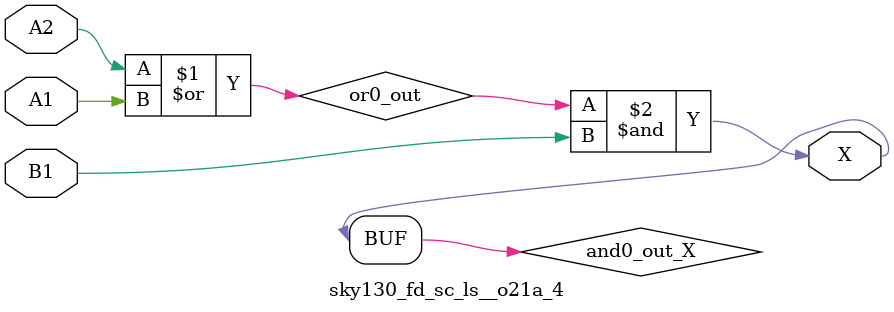
<source format=v>
/*
 * Copyright 2020 The SkyWater PDK Authors
 *
 * Licensed under the Apache License, Version 2.0 (the "License");
 * you may not use this file except in compliance with the License.
 * You may obtain a copy of the License at
 *
 *     https://www.apache.org/licenses/LICENSE-2.0
 *
 * Unless required by applicable law or agreed to in writing, software
 * distributed under the License is distributed on an "AS IS" BASIS,
 * WITHOUT WARRANTIES OR CONDITIONS OF ANY KIND, either express or implied.
 * See the License for the specific language governing permissions and
 * limitations under the License.
 *
 * SPDX-License-Identifier: Apache-2.0
*/


`ifndef SKY130_FD_SC_LS__O21A_4_FUNCTIONAL_V
`define SKY130_FD_SC_LS__O21A_4_FUNCTIONAL_V

/**
 * o21a: 2-input OR into first input of 2-input AND.
 *
 *       X = ((A1 | A2) & B1)
 *
 * Verilog simulation functional model.
 */

`timescale 1ns / 1ps
`default_nettype none

`celldefine
module sky130_fd_sc_ls__o21a_4 (
    X ,
    A1,
    A2,
    B1
);

    // Module ports
    output X ;
    input  A1;
    input  A2;
    input  B1;

    // Local signals
    wire or0_out   ;
    wire and0_out_X;

    //  Name  Output      Other arguments
    or  or0  (or0_out   , A2, A1         );
    and and0 (and0_out_X, or0_out, B1    );
    buf buf0 (X         , and0_out_X     );

endmodule
`endcelldefine

`default_nettype wire
`endif  // SKY130_FD_SC_LS__O21A_4_FUNCTIONAL_V

</source>
